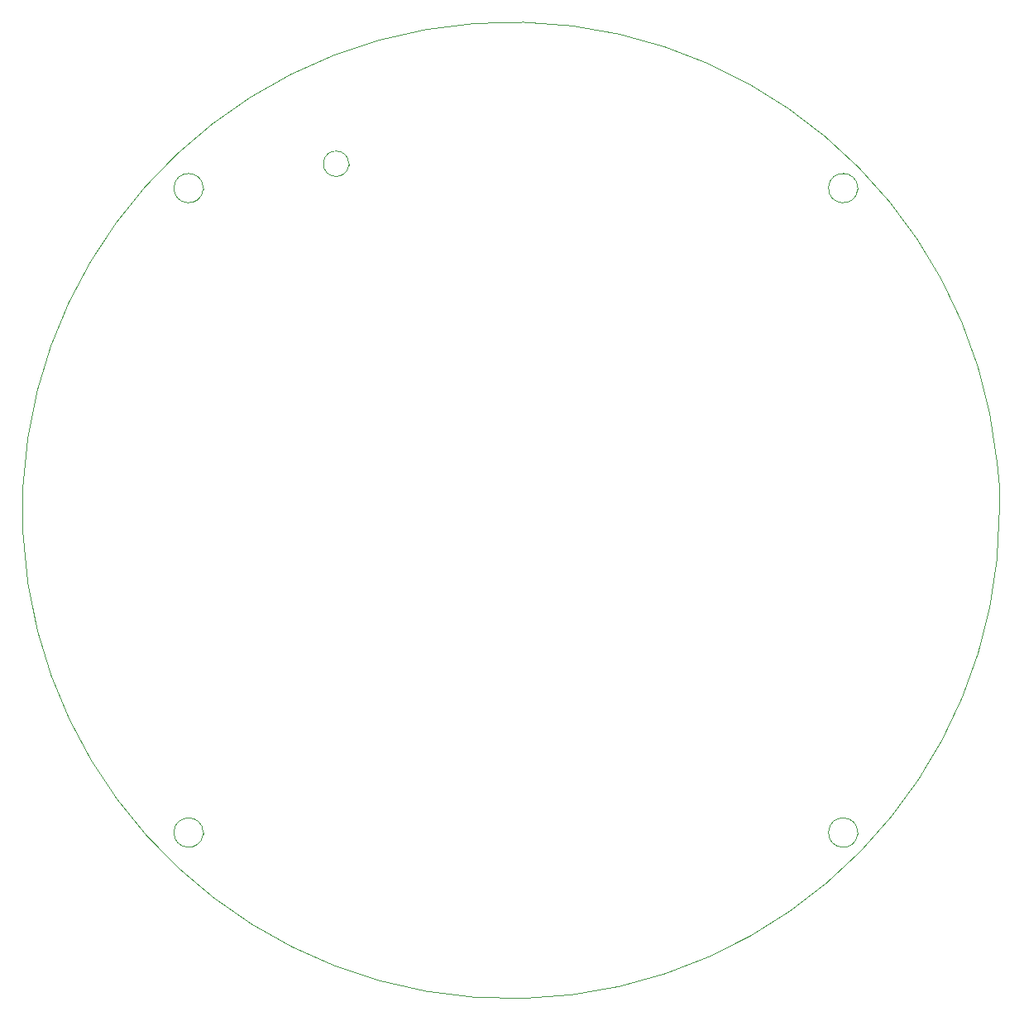
<source format=gm1>
G04 #@! TF.GenerationSoftware,KiCad,Pcbnew,6.0.11-2627ca5db0~126~ubuntu20.04.1*
G04 #@! TF.CreationDate,2023-04-28T08:06:44+02:00*
G04 #@! TF.ProjectId,Semafor_top,53656d61-666f-4725-9f74-6f702e6b6963,rev?*
G04 #@! TF.SameCoordinates,Original*
G04 #@! TF.FileFunction,Profile,NP*
%FSLAX46Y46*%
G04 Gerber Fmt 4.6, Leading zero omitted, Abs format (unit mm)*
G04 Created by KiCad (PCBNEW 6.0.11-2627ca5db0~126~ubuntu20.04.1) date 2023-04-28 08:06:44*
%MOMM*%
%LPD*%
G01*
G04 APERTURE LIST*
G04 #@! TA.AperFunction,Profile*
%ADD10C,0.100000*%
G04 #@! TD*
G04 APERTURE END LIST*
D10*
X184492662Y-66148179D02*
X184498164Y-66074180D01*
X117492662Y-132148179D02*
X117498164Y-132074180D01*
X184492662Y-132148179D02*
X184498164Y-132074180D01*
X117498164Y-66074180D02*
X117500000Y-66000000D01*
X198755432Y-94060679D02*
G75*
G03*
X199000000Y-98999999I-49755434J-4939335D01*
G01*
X198755432Y-94060679D02*
X198938820Y-96527314D01*
X184499997Y-66000000D02*
G75*
G03*
X184492662Y-66148179I-1499949J-24D01*
G01*
X184500000Y-132000000D02*
X184500000Y-132000000D01*
X199000000Y-98999999D02*
X199000000Y-98999999D01*
X132398409Y-63564289D02*
X132400000Y-63500000D01*
X132393641Y-63628422D02*
X132398409Y-63564289D01*
X117500000Y-66000000D02*
X117500000Y-66000000D01*
X184498164Y-132074180D02*
X184500000Y-132000000D01*
X198938820Y-96527314D02*
X199000000Y-98999999D01*
X117499997Y-132000000D02*
G75*
G03*
X117492662Y-132148179I-1499949J-24D01*
G01*
X132400000Y-63500000D02*
X132400000Y-63500000D01*
X132399998Y-63500000D02*
G75*
G03*
X132393641Y-63628422I-1299950J-24D01*
G01*
X184498164Y-66074180D02*
X184500000Y-66000000D01*
X184500000Y-66000000D02*
X184500000Y-66000000D01*
X117500000Y-132000000D02*
X117500000Y-132000000D01*
X117499997Y-66000000D02*
G75*
G03*
X117492662Y-66148179I-1499949J-24D01*
G01*
X184499997Y-132000000D02*
G75*
G03*
X184492662Y-132148179I-1499949J-24D01*
G01*
X117492662Y-66148179D02*
X117498164Y-66074180D01*
X117498164Y-132074180D02*
X117500000Y-132000000D01*
M02*

</source>
